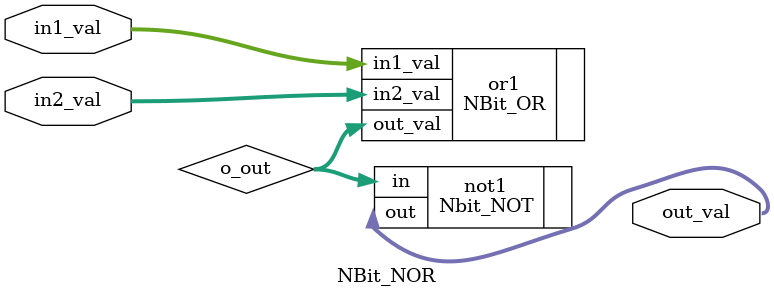
<source format=v>
`timescale 1ns / 1ps

module NBit_NOR #(parameter N = 32)(in1_val, in2_val, out_val);

    input [N-1:0] in1_val;
    input [N-1:0] in2_val;
    output [N-1:0] out_val;  
    
    wire [N-1:0] o_out; 
    
    NBit_OR #(.N(N)) or1(.out_val(o_out), .in1_val(in1_val), .in2_val(in2_val));
    Nbit_NOT #(.N(N)) not1(.out(out_val), .in(o_out));

endmodule

</source>
